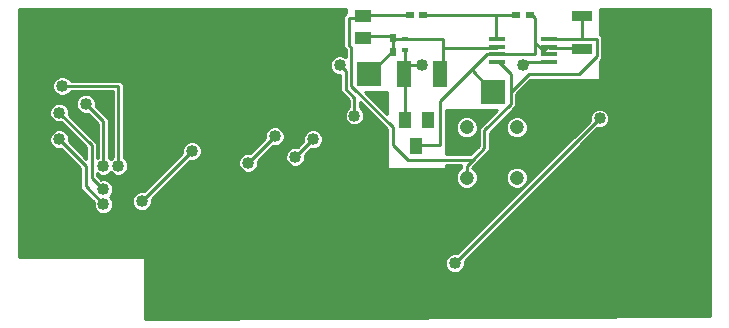
<source format=gbl>
G75*
%MOIN*%
%OFA0B0*%
%FSLAX25Y25*%
%IPPOS*%
%LPD*%
%AMOC8*
5,1,8,0,0,1.08239X$1,22.5*
%
%ADD10C,0.04750*%
%ADD11R,0.02400X0.01800*%
%ADD12R,0.04900X0.08500*%
%ADD13R,0.05700X0.04400*%
%ADD14R,0.02400X0.02600*%
%ADD15R,0.02600X0.02400*%
%ADD16R,0.05400X0.01800*%
%ADD17R,0.07100X0.03600*%
%ADD18R,0.03937X0.05512*%
%ADD19R,0.07874X0.07874*%
%ADD20C,0.01000*%
%ADD21C,0.04000*%
%ADD22C,0.00787*%
D10*
X0303165Y0253953D03*
X0319898Y0253953D03*
X0319898Y0270685D03*
X0303165Y0270685D03*
D11*
X0282496Y0296344D03*
X0282496Y0300144D03*
D12*
X0282402Y0288402D03*
X0294402Y0288402D03*
D13*
X0268717Y0300550D03*
X0268717Y0307750D03*
D14*
X0278559Y0300544D03*
X0278559Y0295944D03*
D15*
X0284133Y0308087D03*
X0288733Y0308087D03*
X0319566Y0308087D03*
X0324166Y0308087D03*
D16*
X0330566Y0300076D03*
X0330566Y0297576D03*
X0330566Y0294976D03*
X0330566Y0292476D03*
X0313166Y0292476D03*
X0313166Y0294976D03*
X0313166Y0297576D03*
X0313166Y0300076D03*
D17*
X0341551Y0296681D03*
X0341551Y0307681D03*
D18*
X0290173Y0273047D03*
X0282693Y0273047D03*
X0286433Y0264386D03*
D19*
X0312024Y0282496D03*
X0270685Y0288402D03*
D20*
X0195882Y0227378D02*
X0195882Y0206906D01*
X0384314Y0207691D01*
X0384314Y0310055D01*
X0347457Y0310055D01*
X0347457Y0301774D01*
X0348272Y0300958D01*
X0348272Y0293561D01*
X0347457Y0292746D01*
X0347457Y0286433D01*
X0324412Y0286433D01*
X0319729Y0281750D01*
X0319729Y0277813D01*
X0310871Y0268955D01*
X0310871Y0263050D01*
X0306934Y0259113D01*
X0306934Y0259113D01*
X0305879Y0258058D01*
X0305879Y0258058D01*
X0304994Y0257173D01*
X0305247Y0257068D01*
X0306281Y0256034D01*
X0306840Y0254684D01*
X0306840Y0253222D01*
X0306281Y0251871D01*
X0305247Y0250837D01*
X0303896Y0250278D01*
X0302434Y0250278D01*
X0301084Y0250837D01*
X0300050Y0251871D01*
X0299491Y0253222D01*
X0299491Y0254684D01*
X0300050Y0256034D01*
X0301084Y0257068D01*
X0301365Y0257185D01*
X0301365Y0258058D01*
X0296276Y0258058D01*
X0296276Y0256906D01*
X0276591Y0256906D01*
X0276591Y0270108D01*
X0267564Y0279135D01*
X0267564Y0277448D01*
X0267633Y0277420D01*
X0268561Y0276491D01*
X0269064Y0275278D01*
X0269064Y0273966D01*
X0268561Y0272753D01*
X0267633Y0271824D01*
X0266420Y0271322D01*
X0265107Y0271322D01*
X0263894Y0271824D01*
X0262966Y0272753D01*
X0262464Y0273966D01*
X0262464Y0275278D01*
X0262966Y0276491D01*
X0263894Y0277420D01*
X0263964Y0277448D01*
X0263964Y0279782D01*
X0261011Y0282735D01*
X0261011Y0288054D01*
X0260186Y0288054D01*
X0258973Y0288557D01*
X0258045Y0289485D01*
X0257543Y0290698D01*
X0257543Y0292011D01*
X0258045Y0293224D01*
X0258973Y0294152D01*
X0260186Y0294654D01*
X0261499Y0294654D01*
X0262712Y0294152D01*
X0262811Y0294053D01*
X0262811Y0296683D01*
X0261995Y0297498D01*
X0261995Y0307848D01*
X0262811Y0308664D01*
X0262811Y0310055D01*
X0153906Y0310055D01*
X0153906Y0227378D01*
X0195882Y0227378D01*
X0195882Y0226664D02*
X0296176Y0226664D01*
X0295928Y0226066D02*
X0295928Y0224753D01*
X0296431Y0223540D01*
X0297359Y0222612D01*
X0298572Y0222109D01*
X0299885Y0222109D01*
X0301098Y0222612D01*
X0302026Y0223540D01*
X0302528Y0224753D01*
X0302528Y0226066D01*
X0302500Y0226135D01*
X0346731Y0270367D01*
X0346800Y0270338D01*
X0348113Y0270338D01*
X0349326Y0270840D01*
X0350254Y0271768D01*
X0350757Y0272981D01*
X0350757Y0274294D01*
X0350254Y0275507D01*
X0349326Y0276435D01*
X0348113Y0276938D01*
X0346800Y0276938D01*
X0345587Y0276435D01*
X0344659Y0275507D01*
X0344157Y0274294D01*
X0344157Y0272981D01*
X0344185Y0272912D01*
X0299954Y0228681D01*
X0299885Y0228709D01*
X0298572Y0228709D01*
X0297359Y0228207D01*
X0296431Y0227279D01*
X0295928Y0226066D01*
X0295928Y0225665D02*
X0195882Y0225665D01*
X0195882Y0224667D02*
X0295964Y0224667D01*
X0296378Y0223668D02*
X0195882Y0223668D01*
X0195882Y0222670D02*
X0297301Y0222670D01*
X0299228Y0225409D02*
X0347457Y0273638D01*
X0350757Y0273594D02*
X0384314Y0273594D01*
X0384314Y0274592D02*
X0350633Y0274592D01*
X0350171Y0275591D02*
X0384314Y0275591D01*
X0384314Y0276589D02*
X0348955Y0276589D01*
X0345959Y0276589D02*
X0318505Y0276589D01*
X0319503Y0277588D02*
X0384314Y0277588D01*
X0384314Y0278586D02*
X0319729Y0278586D01*
X0319729Y0279585D02*
X0384314Y0279585D01*
X0384314Y0280583D02*
X0319729Y0280583D01*
X0319729Y0281582D02*
X0384314Y0281582D01*
X0384314Y0282580D02*
X0320559Y0282580D01*
X0321557Y0283579D02*
X0384314Y0283579D01*
X0384314Y0284577D02*
X0322556Y0284577D01*
X0323554Y0285576D02*
X0384314Y0285576D01*
X0384314Y0286574D02*
X0347457Y0286574D01*
X0347457Y0287573D02*
X0384314Y0287573D01*
X0384314Y0288571D02*
X0347457Y0288571D01*
X0347457Y0289570D02*
X0384314Y0289570D01*
X0384314Y0290568D02*
X0347457Y0290568D01*
X0347457Y0291567D02*
X0384314Y0291567D01*
X0384314Y0292565D02*
X0347457Y0292565D01*
X0348272Y0293564D02*
X0384314Y0293564D01*
X0384314Y0294562D02*
X0348272Y0294562D01*
X0348272Y0295561D02*
X0384314Y0295561D01*
X0384314Y0296559D02*
X0348272Y0296559D01*
X0348272Y0297558D02*
X0384314Y0297558D01*
X0384314Y0298556D02*
X0348272Y0298556D01*
X0348272Y0299555D02*
X0384314Y0299555D01*
X0384314Y0300553D02*
X0348272Y0300553D01*
X0347679Y0301552D02*
X0384314Y0301552D01*
X0384314Y0302550D02*
X0347457Y0302550D01*
X0347457Y0303549D02*
X0384314Y0303549D01*
X0384314Y0304547D02*
X0347457Y0304547D01*
X0347457Y0305546D02*
X0384314Y0305546D01*
X0384314Y0306544D02*
X0347457Y0306544D01*
X0347457Y0307543D02*
X0384314Y0307543D01*
X0384314Y0308541D02*
X0347457Y0308541D01*
X0347457Y0309540D02*
X0384314Y0309540D01*
X0346472Y0300213D02*
X0346472Y0294307D01*
X0340567Y0288402D01*
X0323835Y0288402D01*
X0317929Y0282496D01*
X0317929Y0288402D01*
X0313992Y0292339D01*
X0313166Y0292476D01*
X0313166Y0294976D02*
X0313008Y0295291D01*
X0310055Y0295291D01*
X0305134Y0290370D01*
X0305134Y0289386D01*
X0312024Y0282496D01*
X0317929Y0282496D02*
X0317929Y0278559D01*
X0309071Y0269701D01*
X0309071Y0263795D01*
X0305134Y0259858D01*
X0283480Y0259858D01*
X0278559Y0264780D01*
X0278559Y0270685D01*
X0264780Y0284465D01*
X0264780Y0297260D01*
X0263795Y0298244D01*
X0263795Y0307102D01*
X0268717Y0307102D01*
X0268717Y0307750D01*
X0268717Y0308087D01*
X0284133Y0308087D01*
X0288733Y0308087D02*
X0313008Y0308087D01*
X0313008Y0300213D01*
X0313166Y0297576D02*
X0313008Y0297260D01*
X0295291Y0297260D01*
X0295291Y0300213D01*
X0282496Y0300213D01*
X0282496Y0300144D01*
X0282496Y0300213D02*
X0278559Y0300213D01*
X0278559Y0300544D01*
X0278559Y0301197D01*
X0268717Y0301197D01*
X0268717Y0300550D01*
X0261995Y0300553D02*
X0153906Y0300553D01*
X0153906Y0299555D02*
X0261995Y0299555D01*
X0261995Y0298556D02*
X0153906Y0298556D01*
X0153906Y0297558D02*
X0261995Y0297558D01*
X0262811Y0296559D02*
X0153906Y0296559D01*
X0153906Y0295561D02*
X0262811Y0295561D01*
X0262811Y0294562D02*
X0261721Y0294562D01*
X0259964Y0294562D02*
X0153906Y0294562D01*
X0153906Y0293564D02*
X0258385Y0293564D01*
X0257772Y0292565D02*
X0153906Y0292565D01*
X0153906Y0291567D02*
X0257543Y0291567D01*
X0257596Y0290568D02*
X0153906Y0290568D01*
X0153906Y0289570D02*
X0258010Y0289570D01*
X0258959Y0288571D02*
X0153906Y0288571D01*
X0153906Y0287573D02*
X0167203Y0287573D01*
X0167666Y0287765D02*
X0166454Y0287262D01*
X0165525Y0286334D01*
X0165023Y0285121D01*
X0165023Y0283808D01*
X0165525Y0282595D01*
X0166454Y0281667D01*
X0167666Y0281165D01*
X0168979Y0281165D01*
X0170192Y0281667D01*
X0171120Y0282595D01*
X0171149Y0282665D01*
X0185224Y0282665D01*
X0185224Y0260716D01*
X0185154Y0260687D01*
X0184563Y0260096D01*
X0183972Y0260687D01*
X0183902Y0260716D01*
X0183902Y0273399D01*
X0182848Y0274454D01*
X0179468Y0277833D01*
X0179497Y0277903D01*
X0179497Y0279215D01*
X0178994Y0280428D01*
X0178066Y0281357D01*
X0176853Y0281859D01*
X0175540Y0281859D01*
X0174328Y0281357D01*
X0173399Y0280428D01*
X0172897Y0279215D01*
X0172897Y0277903D01*
X0173399Y0276690D01*
X0174328Y0275761D01*
X0175540Y0275259D01*
X0176853Y0275259D01*
X0176923Y0275288D01*
X0180302Y0271908D01*
X0180302Y0260716D01*
X0180233Y0260687D01*
X0179965Y0260420D01*
X0179965Y0265525D01*
X0178911Y0266580D01*
X0170610Y0274881D01*
X0170639Y0274950D01*
X0170639Y0276263D01*
X0170136Y0277476D01*
X0169208Y0278404D01*
X0167995Y0278906D01*
X0166682Y0278906D01*
X0165469Y0278404D01*
X0164541Y0277476D01*
X0164039Y0276263D01*
X0164039Y0274950D01*
X0164541Y0273737D01*
X0165469Y0272809D01*
X0166682Y0272306D01*
X0167995Y0272306D01*
X0168064Y0272335D01*
X0176365Y0264034D01*
X0176365Y0260267D01*
X0170610Y0266022D01*
X0170639Y0266092D01*
X0170639Y0267404D01*
X0170136Y0268617D01*
X0169208Y0269546D01*
X0167995Y0270048D01*
X0166682Y0270048D01*
X0165469Y0269546D01*
X0164541Y0268617D01*
X0164039Y0267404D01*
X0164039Y0266092D01*
X0164541Y0264879D01*
X0165469Y0263950D01*
X0166682Y0263448D01*
X0167995Y0263448D01*
X0168064Y0263477D01*
X0174397Y0257144D01*
X0174397Y0250254D01*
X0178831Y0245820D01*
X0178802Y0245751D01*
X0178802Y0244438D01*
X0179305Y0243225D01*
X0180233Y0242297D01*
X0181446Y0241794D01*
X0182759Y0241794D01*
X0183972Y0242297D01*
X0184900Y0243225D01*
X0185402Y0244438D01*
X0185402Y0245751D01*
X0184900Y0246964D01*
X0184309Y0247555D01*
X0184900Y0248146D01*
X0185402Y0249359D01*
X0185402Y0250672D01*
X0184900Y0251885D01*
X0183972Y0252813D01*
X0182759Y0253316D01*
X0181446Y0253316D01*
X0181377Y0253287D01*
X0179965Y0254698D01*
X0179965Y0255360D01*
X0180233Y0255092D01*
X0181446Y0254590D01*
X0182759Y0254590D01*
X0183972Y0255092D01*
X0184563Y0255684D01*
X0185154Y0255092D01*
X0186367Y0254590D01*
X0187680Y0254590D01*
X0188893Y0255092D01*
X0189821Y0256020D01*
X0190324Y0257233D01*
X0190324Y0258546D01*
X0189821Y0259759D01*
X0188893Y0260687D01*
X0188824Y0260716D01*
X0188824Y0285210D01*
X0187769Y0286265D01*
X0171149Y0286265D01*
X0171120Y0286334D01*
X0170192Y0287262D01*
X0168979Y0287765D01*
X0167666Y0287765D01*
X0169442Y0287573D02*
X0261011Y0287573D01*
X0261011Y0286574D02*
X0170880Y0286574D01*
X0168323Y0284465D02*
X0187024Y0284465D01*
X0187024Y0257890D01*
X0190069Y0256619D02*
X0202892Y0256619D01*
X0201894Y0255620D02*
X0189421Y0255620D01*
X0187758Y0254622D02*
X0200895Y0254622D01*
X0199897Y0253623D02*
X0181040Y0253623D01*
X0181368Y0254622D02*
X0180042Y0254622D01*
X0178165Y0253953D02*
X0182102Y0250016D01*
X0184386Y0247632D02*
X0191969Y0247632D01*
X0192100Y0247948D02*
X0191598Y0246735D01*
X0191598Y0245422D01*
X0192100Y0244209D01*
X0193028Y0243281D01*
X0194241Y0242779D01*
X0195554Y0242779D01*
X0196767Y0243281D01*
X0197695Y0244209D01*
X0198198Y0245422D01*
X0198198Y0246735D01*
X0198169Y0246804D01*
X0210904Y0259540D01*
X0210973Y0259511D01*
X0212286Y0259511D01*
X0213499Y0260013D01*
X0214428Y0260942D01*
X0214930Y0262155D01*
X0214930Y0263467D01*
X0214428Y0264680D01*
X0213499Y0265609D01*
X0212286Y0266111D01*
X0210973Y0266111D01*
X0209761Y0265609D01*
X0208832Y0264680D01*
X0208330Y0263467D01*
X0208330Y0262155D01*
X0208359Y0262085D01*
X0195623Y0249350D01*
X0195554Y0249379D01*
X0194241Y0249379D01*
X0193028Y0248876D01*
X0192100Y0247948D01*
X0192783Y0248631D02*
X0185101Y0248631D01*
X0185402Y0249629D02*
X0195903Y0249629D01*
X0196901Y0250628D02*
X0185402Y0250628D01*
X0185007Y0251626D02*
X0197900Y0251626D01*
X0198898Y0252625D02*
X0184160Y0252625D01*
X0182836Y0254622D02*
X0186290Y0254622D01*
X0184626Y0255620D02*
X0184500Y0255620D01*
X0182102Y0257890D02*
X0182102Y0272654D01*
X0176197Y0278559D01*
X0179497Y0278586D02*
X0185224Y0278586D01*
X0185224Y0277588D02*
X0179714Y0277588D01*
X0180712Y0276589D02*
X0185224Y0276589D01*
X0185224Y0275591D02*
X0181711Y0275591D01*
X0182709Y0274592D02*
X0185224Y0274592D01*
X0185224Y0273594D02*
X0183708Y0273594D01*
X0183902Y0272595D02*
X0185224Y0272595D01*
X0185224Y0271597D02*
X0183902Y0271597D01*
X0183902Y0270598D02*
X0185224Y0270598D01*
X0185224Y0269600D02*
X0183902Y0269600D01*
X0183902Y0268601D02*
X0185224Y0268601D01*
X0185224Y0267603D02*
X0183902Y0267603D01*
X0183902Y0266604D02*
X0185224Y0266604D01*
X0185224Y0265605D02*
X0183902Y0265605D01*
X0183902Y0264607D02*
X0185224Y0264607D01*
X0185224Y0263608D02*
X0183902Y0263608D01*
X0183902Y0262610D02*
X0185224Y0262610D01*
X0185224Y0261611D02*
X0183902Y0261611D01*
X0184046Y0260613D02*
X0185080Y0260613D01*
X0188824Y0261611D02*
X0207885Y0261611D01*
X0208330Y0262610D02*
X0188824Y0262610D01*
X0188824Y0263608D02*
X0208388Y0263608D01*
X0208802Y0264607D02*
X0188824Y0264607D01*
X0188824Y0265605D02*
X0209758Y0265605D01*
X0211630Y0262811D02*
X0194898Y0246079D01*
X0197124Y0243638D02*
X0314912Y0243638D01*
X0315910Y0244637D02*
X0197872Y0244637D01*
X0198198Y0245635D02*
X0316909Y0245635D01*
X0317907Y0246634D02*
X0198198Y0246634D01*
X0198997Y0247632D02*
X0318906Y0247632D01*
X0319904Y0248631D02*
X0199995Y0248631D01*
X0200994Y0249629D02*
X0320903Y0249629D01*
X0320629Y0250278D02*
X0321979Y0250837D01*
X0323013Y0251871D01*
X0323572Y0253222D01*
X0323572Y0254684D01*
X0323013Y0256034D01*
X0321979Y0257068D01*
X0320629Y0257628D01*
X0319167Y0257628D01*
X0317816Y0257068D01*
X0316782Y0256034D01*
X0316223Y0254684D01*
X0316223Y0253222D01*
X0316782Y0251871D01*
X0317816Y0250837D01*
X0319167Y0250278D01*
X0320629Y0250278D01*
X0321473Y0250628D02*
X0321901Y0250628D01*
X0322768Y0251626D02*
X0322900Y0251626D01*
X0323325Y0252625D02*
X0323898Y0252625D01*
X0323572Y0253623D02*
X0324897Y0253623D01*
X0325895Y0254622D02*
X0323572Y0254622D01*
X0323184Y0255620D02*
X0326894Y0255620D01*
X0327892Y0256619D02*
X0322428Y0256619D01*
X0320653Y0257617D02*
X0328891Y0257617D01*
X0329889Y0258616D02*
X0306437Y0258616D01*
X0305439Y0257617D02*
X0319142Y0257617D01*
X0317367Y0256619D02*
X0305696Y0256619D01*
X0306452Y0255620D02*
X0316611Y0255620D01*
X0316223Y0254622D02*
X0306840Y0254622D01*
X0306840Y0253623D02*
X0316223Y0253623D01*
X0316470Y0252625D02*
X0306593Y0252625D01*
X0306036Y0251626D02*
X0317027Y0251626D01*
X0318322Y0250628D02*
X0304741Y0250628D01*
X0301590Y0250628D02*
X0201992Y0250628D01*
X0202991Y0251626D02*
X0300295Y0251626D01*
X0299738Y0252625D02*
X0203989Y0252625D01*
X0204988Y0253623D02*
X0299491Y0253623D01*
X0299491Y0254622D02*
X0205986Y0254622D01*
X0206985Y0255620D02*
X0229562Y0255620D01*
X0229674Y0255574D02*
X0230987Y0255574D01*
X0232200Y0256076D01*
X0233128Y0257005D01*
X0233631Y0258218D01*
X0233631Y0259530D01*
X0233602Y0259600D01*
X0238463Y0264461D01*
X0238533Y0264432D01*
X0239845Y0264432D01*
X0241058Y0264935D01*
X0241987Y0265863D01*
X0242489Y0267076D01*
X0242489Y0268389D01*
X0241987Y0269602D01*
X0241058Y0270530D01*
X0239845Y0271032D01*
X0238533Y0271032D01*
X0237320Y0270530D01*
X0236391Y0269602D01*
X0235889Y0268389D01*
X0235889Y0267076D01*
X0235918Y0267007D01*
X0231056Y0262145D01*
X0230987Y0262174D01*
X0229674Y0262174D01*
X0228461Y0261672D01*
X0227533Y0260743D01*
X0227031Y0259530D01*
X0227031Y0258218D01*
X0227533Y0257005D01*
X0228461Y0256076D01*
X0229674Y0255574D01*
X0231099Y0255620D02*
X0299879Y0255620D01*
X0300635Y0256619D02*
X0232742Y0256619D01*
X0233382Y0257617D02*
X0245242Y0257617D01*
X0245422Y0257543D02*
X0244209Y0258045D01*
X0243281Y0258973D01*
X0242779Y0260186D01*
X0242779Y0261499D01*
X0243281Y0262712D01*
X0244209Y0263640D01*
X0245422Y0264143D01*
X0246735Y0264143D01*
X0246804Y0264114D01*
X0248713Y0266022D01*
X0248684Y0266092D01*
X0248684Y0267404D01*
X0249187Y0268617D01*
X0250115Y0269546D01*
X0251328Y0270048D01*
X0252641Y0270048D01*
X0253854Y0269546D01*
X0254782Y0268617D01*
X0255284Y0267404D01*
X0255284Y0266092D01*
X0254782Y0264879D01*
X0253854Y0263950D01*
X0252641Y0263448D01*
X0251328Y0263448D01*
X0251259Y0263477D01*
X0249350Y0261568D01*
X0249379Y0261499D01*
X0249379Y0260186D01*
X0248876Y0258973D01*
X0247948Y0258045D01*
X0246735Y0257543D01*
X0245422Y0257543D01*
X0246916Y0257617D02*
X0276591Y0257617D01*
X0276591Y0258616D02*
X0248519Y0258616D01*
X0249142Y0259614D02*
X0276591Y0259614D01*
X0276591Y0260613D02*
X0249379Y0260613D01*
X0249393Y0261611D02*
X0276591Y0261611D01*
X0276591Y0262610D02*
X0250392Y0262610D01*
X0253028Y0263608D02*
X0276591Y0263608D01*
X0276591Y0264607D02*
X0254510Y0264607D01*
X0255083Y0265605D02*
X0276591Y0265605D01*
X0276591Y0266604D02*
X0255284Y0266604D01*
X0255202Y0267603D02*
X0276591Y0267603D01*
X0276591Y0268601D02*
X0254789Y0268601D01*
X0253723Y0269600D02*
X0276591Y0269600D01*
X0276100Y0270598D02*
X0240894Y0270598D01*
X0241987Y0269600D02*
X0250245Y0269600D01*
X0249180Y0268601D02*
X0242401Y0268601D01*
X0242489Y0267603D02*
X0248766Y0267603D01*
X0248684Y0266604D02*
X0242294Y0266604D01*
X0241729Y0265605D02*
X0248296Y0265605D01*
X0247298Y0264607D02*
X0240267Y0264607D01*
X0237611Y0263608D02*
X0244178Y0263608D01*
X0243239Y0262610D02*
X0236612Y0262610D01*
X0235614Y0261611D02*
X0242825Y0261611D01*
X0242779Y0260613D02*
X0234615Y0260613D01*
X0233617Y0259614D02*
X0243016Y0259614D01*
X0243638Y0258616D02*
X0233631Y0258616D01*
X0230331Y0258874D02*
X0239189Y0267732D01*
X0235889Y0267603D02*
X0188824Y0267603D01*
X0188824Y0268601D02*
X0235977Y0268601D01*
X0236391Y0269600D02*
X0188824Y0269600D01*
X0188824Y0270598D02*
X0237484Y0270598D01*
X0235515Y0266604D02*
X0188824Y0266604D01*
X0188824Y0271597D02*
X0264445Y0271597D01*
X0263124Y0272595D02*
X0188824Y0272595D01*
X0188824Y0273594D02*
X0262618Y0273594D01*
X0262464Y0274592D02*
X0188824Y0274592D01*
X0188824Y0275591D02*
X0262593Y0275591D01*
X0263064Y0276589D02*
X0188824Y0276589D01*
X0188824Y0277588D02*
X0263964Y0277588D01*
X0263964Y0278586D02*
X0188824Y0278586D01*
X0188824Y0279585D02*
X0263964Y0279585D01*
X0263163Y0280583D02*
X0188824Y0280583D01*
X0188824Y0281582D02*
X0262164Y0281582D01*
X0261166Y0282580D02*
X0188824Y0282580D01*
X0188824Y0283579D02*
X0261011Y0283579D01*
X0261011Y0284577D02*
X0188824Y0284577D01*
X0188458Y0285576D02*
X0261011Y0285576D01*
X0262811Y0283480D02*
X0265764Y0280528D01*
X0265764Y0274622D01*
X0269064Y0274592D02*
X0272106Y0274592D01*
X0271108Y0275591D02*
X0268934Y0275591D01*
X0268464Y0276589D02*
X0270109Y0276589D01*
X0269111Y0277588D02*
X0267564Y0277588D01*
X0267564Y0278586D02*
X0268112Y0278586D01*
X0270208Y0281582D02*
X0276591Y0281582D01*
X0276591Y0282496D02*
X0269294Y0282496D01*
X0276591Y0275199D01*
X0276591Y0282496D01*
X0276591Y0280583D02*
X0271206Y0280583D01*
X0272205Y0279585D02*
X0276591Y0279585D01*
X0276591Y0278586D02*
X0273204Y0278586D01*
X0274202Y0277588D02*
X0276591Y0277588D01*
X0276591Y0276589D02*
X0275201Y0276589D01*
X0276199Y0275591D02*
X0276591Y0275591D01*
X0274103Y0272595D02*
X0268404Y0272595D01*
X0268910Y0273594D02*
X0273105Y0273594D01*
X0275102Y0271597D02*
X0267083Y0271597D01*
X0262811Y0283480D02*
X0262811Y0289386D01*
X0260843Y0291354D01*
X0270685Y0288402D02*
X0278559Y0296276D01*
X0278559Y0295944D01*
X0278559Y0296276D02*
X0278559Y0300213D01*
X0282496Y0296344D02*
X0282496Y0291354D01*
X0282402Y0288402D01*
X0282496Y0288402D01*
X0282496Y0273638D01*
X0282693Y0273047D01*
X0286433Y0264780D02*
X0286433Y0264386D01*
X0286433Y0264780D02*
X0294307Y0264780D01*
X0294307Y0279543D01*
X0305134Y0290370D01*
X0313166Y0294976D02*
X0313992Y0295291D01*
X0325803Y0295291D01*
X0325803Y0299228D01*
X0328756Y0296276D01*
X0329740Y0297260D01*
X0330566Y0297576D01*
X0330724Y0297260D01*
X0341551Y0297260D01*
X0341551Y0296681D01*
X0341551Y0300213D02*
X0346472Y0300213D01*
X0341551Y0300213D02*
X0341551Y0307681D01*
X0341551Y0300213D02*
X0330724Y0300213D01*
X0330566Y0300076D01*
X0328756Y0296276D02*
X0329740Y0295291D01*
X0330566Y0294976D01*
X0330566Y0292476D02*
X0329740Y0292339D01*
X0321866Y0292339D01*
X0321866Y0291354D01*
X0325803Y0299228D02*
X0325803Y0307102D01*
X0324819Y0308087D01*
X0324166Y0308087D01*
X0319566Y0308087D02*
X0313008Y0308087D01*
X0295291Y0297260D02*
X0295291Y0288402D01*
X0294402Y0288402D01*
X0288402Y0291354D02*
X0282496Y0291354D01*
X0282496Y0288402D01*
X0296276Y0276591D02*
X0296276Y0261658D01*
X0304388Y0261658D01*
X0307271Y0264541D01*
X0307271Y0270446D01*
X0308325Y0271501D01*
X0313415Y0276591D01*
X0296276Y0276591D01*
X0296276Y0276589D02*
X0313414Y0276589D01*
X0312415Y0275591D02*
X0296276Y0275591D01*
X0296276Y0274592D02*
X0311417Y0274592D01*
X0310418Y0273594D02*
X0305454Y0273594D01*
X0305247Y0273800D02*
X0303896Y0274360D01*
X0302434Y0274360D01*
X0301084Y0273800D01*
X0300050Y0272767D01*
X0299491Y0271416D01*
X0299491Y0269954D01*
X0300050Y0268603D01*
X0301084Y0267570D01*
X0302434Y0267010D01*
X0303896Y0267010D01*
X0305247Y0267570D01*
X0306281Y0268603D01*
X0306840Y0269954D01*
X0306840Y0271416D01*
X0306281Y0272767D01*
X0305247Y0273800D01*
X0306352Y0272595D02*
X0309420Y0272595D01*
X0308421Y0271597D02*
X0306765Y0271597D01*
X0306840Y0270598D02*
X0307423Y0270598D01*
X0307271Y0269600D02*
X0306693Y0269600D01*
X0306278Y0268601D02*
X0307271Y0268601D01*
X0307271Y0267603D02*
X0305280Y0267603D01*
X0307271Y0266604D02*
X0296276Y0266604D01*
X0296276Y0265605D02*
X0307271Y0265605D01*
X0307271Y0264607D02*
X0296276Y0264607D01*
X0296276Y0263608D02*
X0306338Y0263608D01*
X0305340Y0262610D02*
X0296276Y0262610D01*
X0296276Y0257617D02*
X0301365Y0257617D01*
X0303165Y0257890D02*
X0303165Y0253953D01*
X0303165Y0257890D02*
X0305134Y0259858D01*
X0307436Y0259614D02*
X0330888Y0259614D01*
X0331886Y0260613D02*
X0308434Y0260613D01*
X0309433Y0261611D02*
X0332885Y0261611D01*
X0333883Y0262610D02*
X0310431Y0262610D01*
X0310871Y0263608D02*
X0334882Y0263608D01*
X0335880Y0264607D02*
X0310871Y0264607D01*
X0310871Y0265605D02*
X0336879Y0265605D01*
X0337877Y0266604D02*
X0310871Y0266604D01*
X0310871Y0267603D02*
X0317783Y0267603D01*
X0317816Y0267570D02*
X0319167Y0267010D01*
X0320629Y0267010D01*
X0321979Y0267570D01*
X0323013Y0268603D01*
X0323572Y0269954D01*
X0323572Y0271416D01*
X0323013Y0272767D01*
X0321979Y0273800D01*
X0320629Y0274360D01*
X0319167Y0274360D01*
X0317816Y0273800D01*
X0316782Y0272767D01*
X0316223Y0271416D01*
X0316223Y0269954D01*
X0316782Y0268603D01*
X0317816Y0267570D01*
X0316785Y0268601D02*
X0310871Y0268601D01*
X0311515Y0269600D02*
X0316370Y0269600D01*
X0316223Y0270598D02*
X0312514Y0270598D01*
X0313512Y0271597D02*
X0316298Y0271597D01*
X0316711Y0272595D02*
X0314511Y0272595D01*
X0315509Y0273594D02*
X0317609Y0273594D01*
X0316508Y0274592D02*
X0344280Y0274592D01*
X0344157Y0273594D02*
X0322186Y0273594D01*
X0323084Y0272595D02*
X0343868Y0272595D01*
X0342870Y0271597D02*
X0323498Y0271597D01*
X0323572Y0270598D02*
X0341871Y0270598D01*
X0340873Y0269600D02*
X0323426Y0269600D01*
X0323011Y0268601D02*
X0339874Y0268601D01*
X0338876Y0267603D02*
X0322012Y0267603D01*
X0317506Y0275591D02*
X0344743Y0275591D01*
X0345964Y0269600D02*
X0384314Y0269600D01*
X0384314Y0270598D02*
X0348741Y0270598D01*
X0350082Y0271597D02*
X0384314Y0271597D01*
X0384314Y0272595D02*
X0350597Y0272595D01*
X0344966Y0268601D02*
X0384314Y0268601D01*
X0384314Y0267603D02*
X0343967Y0267603D01*
X0342968Y0266604D02*
X0384314Y0266604D01*
X0384314Y0265605D02*
X0341970Y0265605D01*
X0340971Y0264607D02*
X0384314Y0264607D01*
X0384314Y0263608D02*
X0339973Y0263608D01*
X0338974Y0262610D02*
X0384314Y0262610D01*
X0384314Y0261611D02*
X0337976Y0261611D01*
X0336977Y0260613D02*
X0384314Y0260613D01*
X0384314Y0259614D02*
X0335979Y0259614D01*
X0334980Y0258616D02*
X0384314Y0258616D01*
X0384314Y0257617D02*
X0333982Y0257617D01*
X0332983Y0256619D02*
X0384314Y0256619D01*
X0384314Y0255620D02*
X0331985Y0255620D01*
X0330986Y0254622D02*
X0384314Y0254622D01*
X0384314Y0253623D02*
X0329988Y0253623D01*
X0328989Y0252625D02*
X0384314Y0252625D01*
X0384314Y0251626D02*
X0327991Y0251626D01*
X0326992Y0250628D02*
X0384314Y0250628D01*
X0384314Y0249629D02*
X0325994Y0249629D01*
X0324995Y0248631D02*
X0384314Y0248631D01*
X0384314Y0247632D02*
X0323997Y0247632D01*
X0322998Y0246634D02*
X0384314Y0246634D01*
X0384314Y0245635D02*
X0322000Y0245635D01*
X0321001Y0244637D02*
X0384314Y0244637D01*
X0384314Y0243638D02*
X0320003Y0243638D01*
X0319004Y0242640D02*
X0384314Y0242640D01*
X0384314Y0241641D02*
X0318006Y0241641D01*
X0317007Y0240643D02*
X0384314Y0240643D01*
X0384314Y0239644D02*
X0316009Y0239644D01*
X0315010Y0238646D02*
X0384314Y0238646D01*
X0384314Y0237647D02*
X0314012Y0237647D01*
X0313013Y0236649D02*
X0384314Y0236649D01*
X0384314Y0235650D02*
X0312015Y0235650D01*
X0311016Y0234652D02*
X0384314Y0234652D01*
X0384314Y0233653D02*
X0310018Y0233653D01*
X0309019Y0232655D02*
X0384314Y0232655D01*
X0384314Y0231656D02*
X0308021Y0231656D01*
X0307022Y0230658D02*
X0384314Y0230658D01*
X0384314Y0229659D02*
X0306024Y0229659D01*
X0305025Y0228661D02*
X0384314Y0228661D01*
X0384314Y0227662D02*
X0304027Y0227662D01*
X0303028Y0226664D02*
X0384314Y0226664D01*
X0384314Y0225665D02*
X0302528Y0225665D01*
X0302493Y0224667D02*
X0384314Y0224667D01*
X0384314Y0223668D02*
X0302079Y0223668D01*
X0301155Y0222670D02*
X0384314Y0222670D01*
X0384314Y0221671D02*
X0195882Y0221671D01*
X0195882Y0220672D02*
X0384314Y0220672D01*
X0384314Y0219674D02*
X0195882Y0219674D01*
X0195882Y0218675D02*
X0384314Y0218675D01*
X0384314Y0217677D02*
X0195882Y0217677D01*
X0195882Y0216678D02*
X0384314Y0216678D01*
X0384314Y0215680D02*
X0195882Y0215680D01*
X0195882Y0214681D02*
X0384314Y0214681D01*
X0384314Y0213683D02*
X0195882Y0213683D01*
X0195882Y0212684D02*
X0384314Y0212684D01*
X0384314Y0211686D02*
X0195882Y0211686D01*
X0195882Y0210687D02*
X0384314Y0210687D01*
X0384314Y0209689D02*
X0195882Y0209689D01*
X0195882Y0208690D02*
X0384314Y0208690D01*
X0384314Y0207692D02*
X0195882Y0207692D01*
X0192671Y0243638D02*
X0185071Y0243638D01*
X0185402Y0244637D02*
X0191923Y0244637D01*
X0191598Y0245635D02*
X0185402Y0245635D01*
X0185037Y0246634D02*
X0191598Y0246634D01*
X0184315Y0242640D02*
X0313913Y0242640D01*
X0312915Y0241641D02*
X0153906Y0241641D01*
X0153906Y0240643D02*
X0311916Y0240643D01*
X0310918Y0239644D02*
X0153906Y0239644D01*
X0153906Y0238646D02*
X0309919Y0238646D01*
X0308921Y0237647D02*
X0153906Y0237647D01*
X0153906Y0236649D02*
X0307922Y0236649D01*
X0306923Y0235650D02*
X0153906Y0235650D01*
X0153906Y0234652D02*
X0305925Y0234652D01*
X0304926Y0233653D02*
X0153906Y0233653D01*
X0153906Y0232655D02*
X0303928Y0232655D01*
X0302929Y0231656D02*
X0153906Y0231656D01*
X0153906Y0230658D02*
X0301931Y0230658D01*
X0300932Y0229659D02*
X0153906Y0229659D01*
X0153906Y0228661D02*
X0298454Y0228661D01*
X0296814Y0227662D02*
X0153906Y0227662D01*
X0153906Y0242640D02*
X0179890Y0242640D01*
X0179134Y0243638D02*
X0153906Y0243638D01*
X0153906Y0244637D02*
X0178802Y0244637D01*
X0178802Y0245635D02*
X0153906Y0245635D01*
X0153906Y0246634D02*
X0178017Y0246634D01*
X0177019Y0247632D02*
X0153906Y0247632D01*
X0153906Y0248631D02*
X0176020Y0248631D01*
X0175022Y0249629D02*
X0153906Y0249629D01*
X0153906Y0250628D02*
X0174397Y0250628D01*
X0174397Y0251626D02*
X0153906Y0251626D01*
X0153906Y0252625D02*
X0174397Y0252625D01*
X0174397Y0253623D02*
X0153906Y0253623D01*
X0153906Y0254622D02*
X0174397Y0254622D01*
X0174397Y0255620D02*
X0153906Y0255620D01*
X0153906Y0256619D02*
X0174397Y0256619D01*
X0173924Y0257617D02*
X0153906Y0257617D01*
X0153906Y0258616D02*
X0172925Y0258616D01*
X0171927Y0259614D02*
X0153906Y0259614D01*
X0153906Y0260613D02*
X0170928Y0260613D01*
X0169930Y0261611D02*
X0153906Y0261611D01*
X0153906Y0262610D02*
X0168931Y0262610D01*
X0166295Y0263608D02*
X0153906Y0263608D01*
X0153906Y0264607D02*
X0164813Y0264607D01*
X0164240Y0265605D02*
X0153906Y0265605D01*
X0153906Y0266604D02*
X0164039Y0266604D01*
X0164121Y0267603D02*
X0153906Y0267603D01*
X0153906Y0268601D02*
X0164534Y0268601D01*
X0165599Y0269600D02*
X0153906Y0269600D01*
X0153906Y0270598D02*
X0169801Y0270598D01*
X0169078Y0269600D02*
X0170800Y0269600D01*
X0170143Y0268601D02*
X0171798Y0268601D01*
X0172797Y0267603D02*
X0170557Y0267603D01*
X0170639Y0266604D02*
X0173795Y0266604D01*
X0174794Y0265605D02*
X0171027Y0265605D01*
X0172025Y0264607D02*
X0175792Y0264607D01*
X0176365Y0263608D02*
X0173024Y0263608D01*
X0174022Y0262610D02*
X0176365Y0262610D01*
X0176365Y0261611D02*
X0175021Y0261611D01*
X0176019Y0260613D02*
X0176365Y0260613D01*
X0176197Y0257890D02*
X0176197Y0251000D01*
X0182102Y0245094D01*
X0178165Y0253953D02*
X0178165Y0264780D01*
X0167339Y0275606D01*
X0170639Y0275591D02*
X0174740Y0275591D01*
X0173500Y0276589D02*
X0170503Y0276589D01*
X0170024Y0277588D02*
X0173027Y0277588D01*
X0172897Y0278586D02*
X0168768Y0278586D01*
X0165909Y0278586D02*
X0153906Y0278586D01*
X0153906Y0277588D02*
X0164653Y0277588D01*
X0164174Y0276589D02*
X0153906Y0276589D01*
X0153906Y0275591D02*
X0164039Y0275591D01*
X0164187Y0274592D02*
X0153906Y0274592D01*
X0153906Y0273594D02*
X0164684Y0273594D01*
X0165985Y0272595D02*
X0153906Y0272595D01*
X0153906Y0271597D02*
X0168803Y0271597D01*
X0170898Y0274592D02*
X0177618Y0274592D01*
X0178617Y0273594D02*
X0171897Y0273594D01*
X0172895Y0272595D02*
X0179615Y0272595D01*
X0180302Y0271597D02*
X0173894Y0271597D01*
X0174892Y0270598D02*
X0180302Y0270598D01*
X0180302Y0269600D02*
X0175891Y0269600D01*
X0176889Y0268601D02*
X0180302Y0268601D01*
X0180302Y0267603D02*
X0177888Y0267603D01*
X0178886Y0266604D02*
X0180302Y0266604D01*
X0180302Y0265605D02*
X0179885Y0265605D01*
X0179965Y0264607D02*
X0180302Y0264607D01*
X0180302Y0263608D02*
X0179965Y0263608D01*
X0179965Y0262610D02*
X0180302Y0262610D01*
X0180302Y0261611D02*
X0179965Y0261611D01*
X0179965Y0260613D02*
X0180159Y0260613D01*
X0176197Y0257890D02*
X0167339Y0266748D01*
X0173050Y0279585D02*
X0153906Y0279585D01*
X0153906Y0280583D02*
X0173554Y0280583D01*
X0174871Y0281582D02*
X0169986Y0281582D01*
X0171105Y0282580D02*
X0185224Y0282580D01*
X0185224Y0281582D02*
X0177523Y0281582D01*
X0178840Y0280583D02*
X0185224Y0280583D01*
X0185224Y0279585D02*
X0179344Y0279585D01*
X0166659Y0281582D02*
X0153906Y0281582D01*
X0153906Y0282580D02*
X0165540Y0282580D01*
X0165118Y0283579D02*
X0153906Y0283579D01*
X0153906Y0284577D02*
X0165023Y0284577D01*
X0165211Y0285576D02*
X0153906Y0285576D01*
X0153906Y0286574D02*
X0165766Y0286574D01*
X0153906Y0301552D02*
X0261995Y0301552D01*
X0261995Y0302550D02*
X0153906Y0302550D01*
X0153906Y0303549D02*
X0261995Y0303549D01*
X0261995Y0304547D02*
X0153906Y0304547D01*
X0153906Y0305546D02*
X0261995Y0305546D01*
X0261995Y0306544D02*
X0153906Y0306544D01*
X0153906Y0307543D02*
X0261995Y0307543D01*
X0262689Y0308541D02*
X0153906Y0308541D01*
X0153906Y0309540D02*
X0262811Y0309540D01*
X0296276Y0273594D02*
X0300877Y0273594D01*
X0299979Y0272595D02*
X0296276Y0272595D01*
X0296276Y0271597D02*
X0299565Y0271597D01*
X0299491Y0270598D02*
X0296276Y0270598D01*
X0296276Y0269600D02*
X0299637Y0269600D01*
X0300052Y0268601D02*
X0296276Y0268601D01*
X0296276Y0267603D02*
X0301051Y0267603D01*
X0251984Y0266748D02*
X0246079Y0260843D01*
X0234517Y0265605D02*
X0213502Y0265605D01*
X0214458Y0264607D02*
X0233518Y0264607D01*
X0232520Y0263608D02*
X0214871Y0263608D01*
X0214930Y0262610D02*
X0231521Y0262610D01*
X0228401Y0261611D02*
X0214705Y0261611D01*
X0214099Y0260613D02*
X0227479Y0260613D01*
X0227066Y0259614D02*
X0212536Y0259614D01*
X0209980Y0258616D02*
X0227031Y0258616D01*
X0227279Y0257617D02*
X0208982Y0257617D01*
X0207983Y0256619D02*
X0227919Y0256619D01*
X0206886Y0260613D02*
X0188967Y0260613D01*
X0189881Y0259614D02*
X0205888Y0259614D01*
X0204889Y0258616D02*
X0190295Y0258616D01*
X0190324Y0257617D02*
X0203891Y0257617D01*
D21*
X0211630Y0262811D03*
X0230331Y0258874D03*
X0239189Y0267732D03*
X0246079Y0260843D03*
X0251984Y0266748D03*
X0265764Y0274622D03*
X0260843Y0291354D03*
X0288402Y0291354D03*
X0321866Y0291354D03*
X0347457Y0273638D03*
X0299228Y0225409D03*
X0194898Y0246079D03*
X0182102Y0245094D03*
X0182102Y0250016D03*
X0182102Y0257890D03*
X0187024Y0257890D03*
X0167339Y0266748D03*
X0167339Y0275606D03*
X0176197Y0278559D03*
X0168323Y0284465D03*
D22*
X0313008Y0300213D02*
X0313166Y0300076D01*
M02*

</source>
